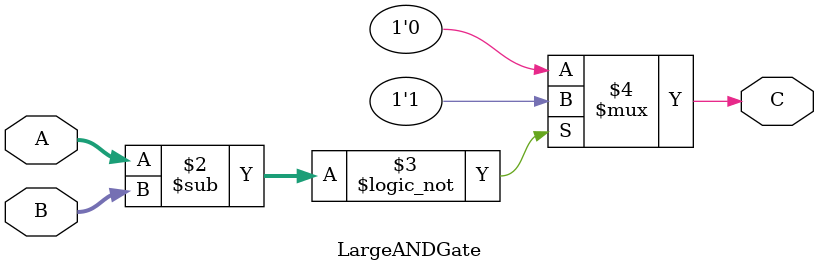
<source format=v>
/******************************************************************
* Description
* Modified AND Gate for larger ports
******************************************************************/
module LargeANDGate
(
	input [5:0] A,
	input [5:0] B,
	output reg C
);

always@(*)
	C = (A - B == 0) ? 1'b1:1'b0;

endmodule
</source>
